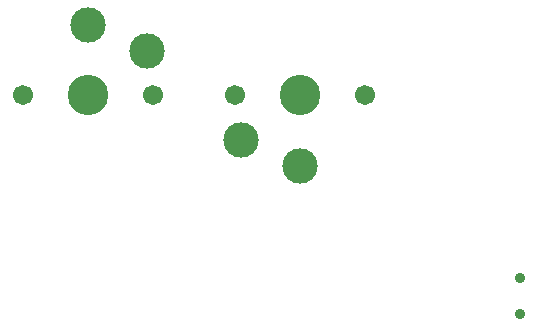
<source format=gbr>
%TF.GenerationSoftware,KiCad,Pcbnew,(7.0.0-0)*%
%TF.CreationDate,2023-02-20T17:02:05+08:00*%
%TF.ProjectId,test,74657374-2e6b-4696-9361-645f70636258,v1.0.0*%
%TF.SameCoordinates,Original*%
%TF.FileFunction,NonPlated,1,2,NPTH,Drill*%
%TF.FilePolarity,Positive*%
%FSLAX46Y46*%
G04 Gerber Fmt 4.6, Leading zero omitted, Abs format (unit mm)*
G04 Created by KiCad (PCBNEW (7.0.0-0)) date 2023-02-20 17:02:05*
%MOMM*%
%LPD*%
G01*
G04 APERTURE LIST*
%TA.AperFunction,ComponentDrill*%
%ADD10C,0.900000*%
%TD*%
%TA.AperFunction,ComponentDrill*%
%ADD11C,1.701800*%
%TD*%
%TA.AperFunction,ComponentDrill*%
%ADD12C,3.000000*%
%TD*%
%TA.AperFunction,ComponentDrill*%
%ADD13C,3.429000*%
%TD*%
G04 APERTURE END LIST*
D10*
%TO.C,SS1*%
X36550000Y1500000D03*
X36550000Y-1500000D03*
D11*
%TO.C,S1*%
X-5500000Y17000000D03*
X5500000Y17000000D03*
%TO.C,S2*%
X12500000Y17000000D03*
X23500000Y17000000D03*
D12*
%TO.C,S1*%
X0Y22950000D03*
X5000000Y20750000D03*
%TO.C,S2*%
X13000000Y13250000D03*
X18000000Y11050000D03*
D13*
%TO.C,S1*%
X0Y17000000D03*
%TO.C,S2*%
X18000000Y17000000D03*
M02*

</source>
